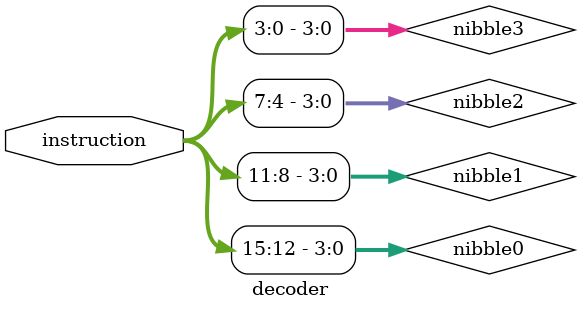
<source format=v>
module decoder (
    input [15:0] instruction
);
  wire [3:0] nibble0, nibble1, nibble2, nibble3;

  //  assign {nibble0, nibble1, nibble2, nibble3 } = instruction;
  assign nibble0 = instruction[15:12];
  assign nibble1 = instruction[11:8];
  assign nibble2 = instruction[7:4];
  assign nibble3 = instruction[3:0];


  always @* begin
  //always_comb begin
    casez (nibble0)
      4'h0: begin
      end
      4'h1: begin
      end
      4'h2: begin
      end
      4'h3: begin
      end
      4'h4: begin
      end
      4'h5: begin
      end
      4'h6: begin
      end
      4'h7: begin
      end
      4'h8: begin
      end
      4'h9: begin
      end
      4'hA: begin

      end
      4'hB: begin

      end
      4'hC: begin

      end
      4'hD: begin

      end
      4'hE: begin

      end
      4'hF: begin

      end

      default: begin

      end


    endcase  // case (instruction)
  end


endmodule  // decoder

</source>
